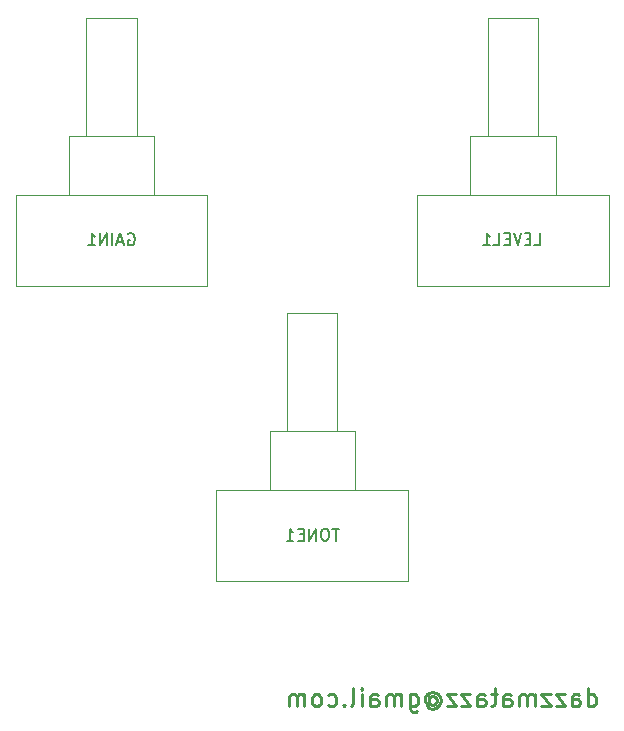
<source format=gbr>
%TF.GenerationSoftware,KiCad,Pcbnew,(5.1.12)-1*%
%TF.CreationDate,2022-03-07T16:55:28+01:00*%
%TF.ProjectId,BSIAB,42534941-422e-46b6-9963-61645f706362,rev?*%
%TF.SameCoordinates,Original*%
%TF.FileFunction,Legend,Bot*%
%TF.FilePolarity,Positive*%
%FSLAX46Y46*%
G04 Gerber Fmt 4.6, Leading zero omitted, Abs format (unit mm)*
G04 Created by KiCad (PCBNEW (5.1.12)-1) date 2022-03-07 16:55:28*
%MOMM*%
%LPD*%
G01*
G04 APERTURE LIST*
%ADD10C,0.250000*%
%ADD11C,0.120000*%
%ADD12C,0.150000*%
G04 APERTURE END LIST*
D10*
X148321428Y-144678571D02*
X148321428Y-143178571D01*
X148321428Y-144607142D02*
X148464285Y-144678571D01*
X148750000Y-144678571D01*
X148892857Y-144607142D01*
X148964285Y-144535714D01*
X149035714Y-144392857D01*
X149035714Y-143964285D01*
X148964285Y-143821428D01*
X148892857Y-143750000D01*
X148750000Y-143678571D01*
X148464285Y-143678571D01*
X148321428Y-143750000D01*
X146964285Y-144678571D02*
X146964285Y-143892857D01*
X147035714Y-143750000D01*
X147178571Y-143678571D01*
X147464285Y-143678571D01*
X147607142Y-143750000D01*
X146964285Y-144607142D02*
X147107142Y-144678571D01*
X147464285Y-144678571D01*
X147607142Y-144607142D01*
X147678571Y-144464285D01*
X147678571Y-144321428D01*
X147607142Y-144178571D01*
X147464285Y-144107142D01*
X147107142Y-144107142D01*
X146964285Y-144035714D01*
X146392857Y-143678571D02*
X145607142Y-143678571D01*
X146392857Y-144678571D01*
X145607142Y-144678571D01*
X145178571Y-143678571D02*
X144392857Y-143678571D01*
X145178571Y-144678571D01*
X144392857Y-144678571D01*
X143821428Y-144678571D02*
X143821428Y-143678571D01*
X143821428Y-143821428D02*
X143750000Y-143750000D01*
X143607142Y-143678571D01*
X143392857Y-143678571D01*
X143250000Y-143750000D01*
X143178571Y-143892857D01*
X143178571Y-144678571D01*
X143178571Y-143892857D02*
X143107142Y-143750000D01*
X142964285Y-143678571D01*
X142750000Y-143678571D01*
X142607142Y-143750000D01*
X142535714Y-143892857D01*
X142535714Y-144678571D01*
X141178571Y-144678571D02*
X141178571Y-143892857D01*
X141250000Y-143750000D01*
X141392857Y-143678571D01*
X141678571Y-143678571D01*
X141821428Y-143750000D01*
X141178571Y-144607142D02*
X141321428Y-144678571D01*
X141678571Y-144678571D01*
X141821428Y-144607142D01*
X141892857Y-144464285D01*
X141892857Y-144321428D01*
X141821428Y-144178571D01*
X141678571Y-144107142D01*
X141321428Y-144107142D01*
X141178571Y-144035714D01*
X140678571Y-143678571D02*
X140107142Y-143678571D01*
X140464285Y-143178571D02*
X140464285Y-144464285D01*
X140392857Y-144607142D01*
X140250000Y-144678571D01*
X140107142Y-144678571D01*
X138964285Y-144678571D02*
X138964285Y-143892857D01*
X139035714Y-143750000D01*
X139178571Y-143678571D01*
X139464285Y-143678571D01*
X139607142Y-143750000D01*
X138964285Y-144607142D02*
X139107142Y-144678571D01*
X139464285Y-144678571D01*
X139607142Y-144607142D01*
X139678571Y-144464285D01*
X139678571Y-144321428D01*
X139607142Y-144178571D01*
X139464285Y-144107142D01*
X139107142Y-144107142D01*
X138964285Y-144035714D01*
X138392857Y-143678571D02*
X137607142Y-143678571D01*
X138392857Y-144678571D01*
X137607142Y-144678571D01*
X137178571Y-143678571D02*
X136392857Y-143678571D01*
X137178571Y-144678571D01*
X136392857Y-144678571D01*
X134892857Y-143964285D02*
X134964285Y-143892857D01*
X135107142Y-143821428D01*
X135250000Y-143821428D01*
X135392857Y-143892857D01*
X135464285Y-143964285D01*
X135535714Y-144107142D01*
X135535714Y-144250000D01*
X135464285Y-144392857D01*
X135392857Y-144464285D01*
X135250000Y-144535714D01*
X135107142Y-144535714D01*
X134964285Y-144464285D01*
X134892857Y-144392857D01*
X134892857Y-143821428D02*
X134892857Y-144392857D01*
X134821428Y-144464285D01*
X134750000Y-144464285D01*
X134607142Y-144392857D01*
X134535714Y-144250000D01*
X134535714Y-143892857D01*
X134678571Y-143678571D01*
X134892857Y-143535714D01*
X135178571Y-143464285D01*
X135464285Y-143535714D01*
X135678571Y-143678571D01*
X135821428Y-143892857D01*
X135892857Y-144178571D01*
X135821428Y-144464285D01*
X135678571Y-144678571D01*
X135464285Y-144821428D01*
X135178571Y-144892857D01*
X134892857Y-144821428D01*
X134678571Y-144678571D01*
X133250000Y-143678571D02*
X133250000Y-144892857D01*
X133321428Y-145035714D01*
X133392857Y-145107142D01*
X133535714Y-145178571D01*
X133750000Y-145178571D01*
X133892857Y-145107142D01*
X133250000Y-144607142D02*
X133392857Y-144678571D01*
X133678571Y-144678571D01*
X133821428Y-144607142D01*
X133892857Y-144535714D01*
X133964285Y-144392857D01*
X133964285Y-143964285D01*
X133892857Y-143821428D01*
X133821428Y-143750000D01*
X133678571Y-143678571D01*
X133392857Y-143678571D01*
X133250000Y-143750000D01*
X132535714Y-144678571D02*
X132535714Y-143678571D01*
X132535714Y-143821428D02*
X132464285Y-143750000D01*
X132321428Y-143678571D01*
X132107142Y-143678571D01*
X131964285Y-143750000D01*
X131892857Y-143892857D01*
X131892857Y-144678571D01*
X131892857Y-143892857D02*
X131821428Y-143750000D01*
X131678571Y-143678571D01*
X131464285Y-143678571D01*
X131321428Y-143750000D01*
X131250000Y-143892857D01*
X131250000Y-144678571D01*
X129892857Y-144678571D02*
X129892857Y-143892857D01*
X129964285Y-143750000D01*
X130107142Y-143678571D01*
X130392857Y-143678571D01*
X130535714Y-143750000D01*
X129892857Y-144607142D02*
X130035714Y-144678571D01*
X130392857Y-144678571D01*
X130535714Y-144607142D01*
X130607142Y-144464285D01*
X130607142Y-144321428D01*
X130535714Y-144178571D01*
X130392857Y-144107142D01*
X130035714Y-144107142D01*
X129892857Y-144035714D01*
X129178571Y-144678571D02*
X129178571Y-143678571D01*
X129178571Y-143178571D02*
X129250000Y-143250000D01*
X129178571Y-143321428D01*
X129107142Y-143250000D01*
X129178571Y-143178571D01*
X129178571Y-143321428D01*
X128250000Y-144678571D02*
X128392857Y-144607142D01*
X128464285Y-144464285D01*
X128464285Y-143178571D01*
X127678571Y-144535714D02*
X127607142Y-144607142D01*
X127678571Y-144678571D01*
X127750000Y-144607142D01*
X127678571Y-144535714D01*
X127678571Y-144678571D01*
X126321428Y-144607142D02*
X126464285Y-144678571D01*
X126750000Y-144678571D01*
X126892857Y-144607142D01*
X126964285Y-144535714D01*
X127035714Y-144392857D01*
X127035714Y-143964285D01*
X126964285Y-143821428D01*
X126892857Y-143750000D01*
X126750000Y-143678571D01*
X126464285Y-143678571D01*
X126321428Y-143750000D01*
X125464285Y-144678571D02*
X125607142Y-144607142D01*
X125678571Y-144535714D01*
X125750000Y-144392857D01*
X125750000Y-143964285D01*
X125678571Y-143821428D01*
X125607142Y-143750000D01*
X125464285Y-143678571D01*
X125250000Y-143678571D01*
X125107142Y-143750000D01*
X125035714Y-143821428D01*
X124964285Y-143964285D01*
X124964285Y-144392857D01*
X125035714Y-144535714D01*
X125107142Y-144607142D01*
X125250000Y-144678571D01*
X125464285Y-144678571D01*
X124321428Y-144678571D02*
X124321428Y-143678571D01*
X124321428Y-143821428D02*
X124250000Y-143750000D01*
X124107142Y-143678571D01*
X123892857Y-143678571D01*
X123750000Y-143750000D01*
X123678571Y-143892857D01*
X123678571Y-144678571D01*
X123678571Y-143892857D02*
X123607142Y-143750000D01*
X123464285Y-143678571D01*
X123250000Y-143678571D01*
X123107142Y-143750000D01*
X123035714Y-143892857D01*
X123035714Y-144678571D01*
D11*
%TO.C,GAIN1*%
X110120000Y-86380000D02*
X105880000Y-86380000D01*
X110120000Y-96380000D02*
X105880000Y-96380000D01*
X105880000Y-96380000D02*
X105880000Y-86380000D01*
X110120000Y-96380000D02*
X110120000Y-86380000D01*
X111620000Y-96380000D02*
X104380000Y-96380000D01*
X111620000Y-101380000D02*
X104380000Y-101380000D01*
X104380000Y-101380000D02*
X104380000Y-96380000D01*
X111620000Y-101380000D02*
X111620000Y-96380000D01*
X116120000Y-101380000D02*
X99880000Y-101380000D01*
X116120000Y-109120000D02*
X99880000Y-109120000D01*
X99880000Y-109120000D02*
X99880000Y-101380000D01*
X116120000Y-109120000D02*
X116120000Y-101380000D01*
%TO.C,LEVEL1*%
X144120000Y-86380000D02*
X139880000Y-86380000D01*
X144120000Y-96380000D02*
X139880000Y-96380000D01*
X139880000Y-96380000D02*
X139880000Y-86380000D01*
X144120000Y-96380000D02*
X144120000Y-86380000D01*
X145620000Y-96380000D02*
X138380000Y-96380000D01*
X145620000Y-101380000D02*
X138380000Y-101380000D01*
X138380000Y-101380000D02*
X138380000Y-96380000D01*
X145620000Y-101380000D02*
X145620000Y-96380000D01*
X150120000Y-101380000D02*
X133880000Y-101380000D01*
X150120000Y-109120000D02*
X133880000Y-109120000D01*
X133880000Y-109120000D02*
X133880000Y-101380000D01*
X150120000Y-109120000D02*
X150120000Y-101380000D01*
%TO.C,TONE1*%
X127120000Y-111380000D02*
X122880000Y-111380000D01*
X127120000Y-121380000D02*
X122880000Y-121380000D01*
X122880000Y-121380000D02*
X122880000Y-111380000D01*
X127120000Y-121380000D02*
X127120000Y-111380000D01*
X128620000Y-121380000D02*
X121380000Y-121380000D01*
X128620000Y-126380000D02*
X121380000Y-126380000D01*
X121380000Y-126380000D02*
X121380000Y-121380000D01*
X128620000Y-126380000D02*
X128620000Y-121380000D01*
X133120000Y-126380000D02*
X116880000Y-126380000D01*
X133120000Y-134120000D02*
X116880000Y-134120000D01*
X116880000Y-134120000D02*
X116880000Y-126380000D01*
X133120000Y-134120000D02*
X133120000Y-126380000D01*
%TO.C,GAIN1*%
D12*
X109404761Y-104700000D02*
X109500000Y-104652380D01*
X109642857Y-104652380D01*
X109785714Y-104700000D01*
X109880952Y-104795238D01*
X109928571Y-104890476D01*
X109976190Y-105080952D01*
X109976190Y-105223809D01*
X109928571Y-105414285D01*
X109880952Y-105509523D01*
X109785714Y-105604761D01*
X109642857Y-105652380D01*
X109547619Y-105652380D01*
X109404761Y-105604761D01*
X109357142Y-105557142D01*
X109357142Y-105223809D01*
X109547619Y-105223809D01*
X108976190Y-105366666D02*
X108500000Y-105366666D01*
X109071428Y-105652380D02*
X108738095Y-104652380D01*
X108404761Y-105652380D01*
X108071428Y-105652380D02*
X108071428Y-104652380D01*
X107595238Y-105652380D02*
X107595238Y-104652380D01*
X107023809Y-105652380D01*
X107023809Y-104652380D01*
X106023809Y-105652380D02*
X106595238Y-105652380D01*
X106309523Y-105652380D02*
X106309523Y-104652380D01*
X106404761Y-104795238D01*
X106500000Y-104890476D01*
X106595238Y-104938095D01*
%TO.C,LEVEL1*%
X143804761Y-105652380D02*
X144280952Y-105652380D01*
X144280952Y-104652380D01*
X143471428Y-105128571D02*
X143138095Y-105128571D01*
X142995238Y-105652380D02*
X143471428Y-105652380D01*
X143471428Y-104652380D01*
X142995238Y-104652380D01*
X142709523Y-104652380D02*
X142376190Y-105652380D01*
X142042857Y-104652380D01*
X141709523Y-105128571D02*
X141376190Y-105128571D01*
X141233333Y-105652380D02*
X141709523Y-105652380D01*
X141709523Y-104652380D01*
X141233333Y-104652380D01*
X140328571Y-105652380D02*
X140804761Y-105652380D01*
X140804761Y-104652380D01*
X139471428Y-105652380D02*
X140042857Y-105652380D01*
X139757142Y-105652380D02*
X139757142Y-104652380D01*
X139852380Y-104795238D01*
X139947619Y-104890476D01*
X140042857Y-104938095D01*
%TO.C,TONE1*%
X127261904Y-129652380D02*
X126690476Y-129652380D01*
X126976190Y-130652380D02*
X126976190Y-129652380D01*
X126166666Y-129652380D02*
X125976190Y-129652380D01*
X125880952Y-129700000D01*
X125785714Y-129795238D01*
X125738095Y-129985714D01*
X125738095Y-130319047D01*
X125785714Y-130509523D01*
X125880952Y-130604761D01*
X125976190Y-130652380D01*
X126166666Y-130652380D01*
X126261904Y-130604761D01*
X126357142Y-130509523D01*
X126404761Y-130319047D01*
X126404761Y-129985714D01*
X126357142Y-129795238D01*
X126261904Y-129700000D01*
X126166666Y-129652380D01*
X125309523Y-130652380D02*
X125309523Y-129652380D01*
X124738095Y-130652380D01*
X124738095Y-129652380D01*
X124261904Y-130128571D02*
X123928571Y-130128571D01*
X123785714Y-130652380D02*
X124261904Y-130652380D01*
X124261904Y-129652380D01*
X123785714Y-129652380D01*
X122833333Y-130652380D02*
X123404761Y-130652380D01*
X123119047Y-130652380D02*
X123119047Y-129652380D01*
X123214285Y-129795238D01*
X123309523Y-129890476D01*
X123404761Y-129938095D01*
%TD*%
M02*

</source>
